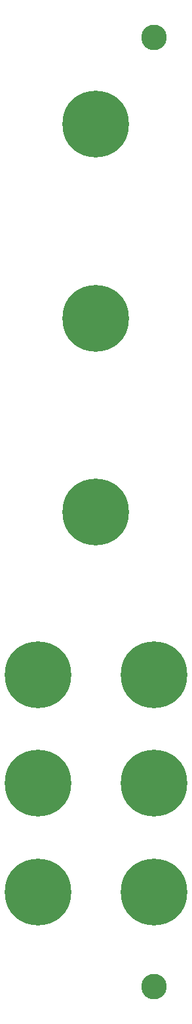
<source format=gbs>
G75*
G70*
%OFA0B0*%
%FSLAX24Y24*%
%IPPOS*%
%LPD*%
%AMOC8*
5,1,8,0,0,1.08239X$1,22.5*
%
%ADD10C,0.1300*%
%ADD11C,0.3386*%
D10*
X009024Y001331D03*
X009024Y049559D03*
D11*
X003118Y006154D03*
X003118Y011666D03*
X003118Y017178D03*
X006071Y025445D03*
X006071Y035288D03*
X006071Y045130D03*
X009024Y017178D03*
X009024Y011666D03*
X009024Y006154D03*
M02*

</source>
